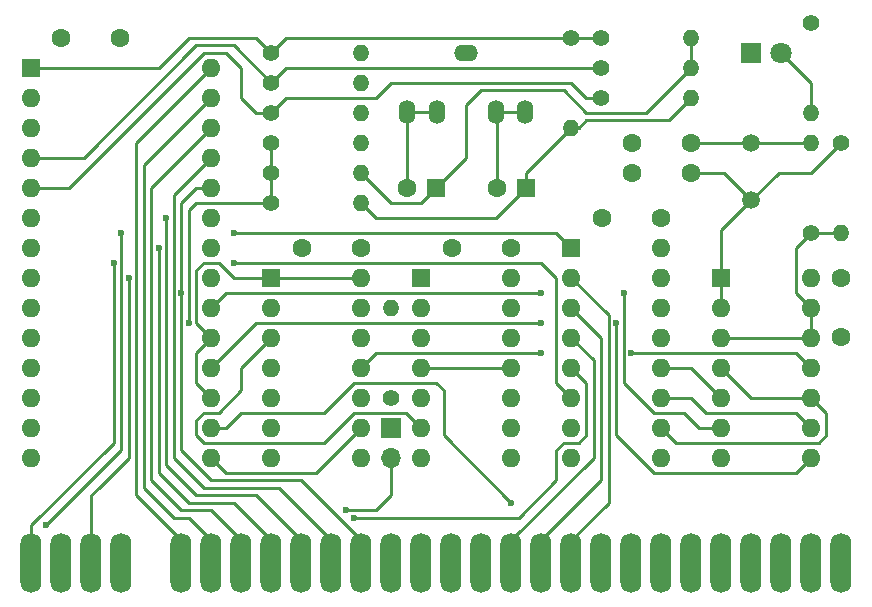
<source format=gtl>
G04 #@! TF.FileFunction,Copper,L1,Top,Signal*
%FSLAX45Y45*%
G04 Gerber Fmt 4.5, Leading zero omitted, Abs format (unit mm)*
G04 Created by KiCad (PCBNEW 4.0.7) date 03/07/18 09:30:50*
%MOMM*%
%LPD*%
G01*
G04 APERTURE LIST*
%ADD10C,0.100000*%
%ADD11R,1.600000X1.600000*%
%ADD12O,1.600000X1.600000*%
%ADD13C,1.600000*%
%ADD14O,1.778000X5.080000*%
%ADD15C,1.400000*%
%ADD16O,1.400000X1.400000*%
%ADD17C,1.500000*%
%ADD18O,1.400000X2.000000*%
%ADD19O,2.000000X1.400000*%
%ADD20R,1.800000X1.800000*%
%ADD21C,1.800000*%
%ADD22R,1.700000X1.700000*%
%ADD23O,1.700000X1.700000*%
%ADD24C,0.600000*%
%ADD25C,0.250000*%
G04 APERTURE END LIST*
D10*
D11*
X16002000Y-7874000D03*
D12*
X16764000Y-9652000D03*
X16002000Y-8128000D03*
X16764000Y-9398000D03*
X16002000Y-8382000D03*
X16764000Y-9144000D03*
X16002000Y-8636000D03*
X16764000Y-8890000D03*
X16002000Y-8890000D03*
X16764000Y-8636000D03*
X16002000Y-9144000D03*
X16764000Y-8382000D03*
X16002000Y-9398000D03*
X16764000Y-8128000D03*
X16002000Y-9652000D03*
X16764000Y-7874000D03*
D13*
X17018000Y-7239000D03*
X16518000Y-7239000D03*
X17018000Y-6985000D03*
X16518000Y-6985000D03*
X15494000Y-7874000D03*
X14994000Y-7874000D03*
X16764000Y-7620000D03*
X16264000Y-7620000D03*
X18288000Y-8128000D03*
X18288000Y-8628000D03*
X11684000Y-6096000D03*
X12184000Y-6096000D03*
D14*
X11430000Y-10541000D03*
X11684000Y-10541000D03*
X11938000Y-10541000D03*
X12192000Y-10541000D03*
X12700000Y-10541000D03*
X12954000Y-10541000D03*
X13208000Y-10541000D03*
X13462000Y-10541000D03*
X13716000Y-10541000D03*
X13970000Y-10541000D03*
X14224000Y-10541000D03*
X14478000Y-10541000D03*
X14732000Y-10541000D03*
X14986000Y-10541000D03*
X15240000Y-10541000D03*
X15494000Y-10541000D03*
X15748000Y-10541000D03*
X16002000Y-10541000D03*
X16256000Y-10541000D03*
X16510000Y-10541000D03*
X16764000Y-10541000D03*
X17018000Y-10541000D03*
X17272000Y-10541000D03*
X17526000Y-10541000D03*
X17780000Y-10541000D03*
X18034000Y-10541000D03*
X18288000Y-10541000D03*
D15*
X18288000Y-6985000D03*
D16*
X18288000Y-7747000D03*
D15*
X18034000Y-7747000D03*
D16*
X18034000Y-6985000D03*
D15*
X13462000Y-6731000D03*
D16*
X14224000Y-6731000D03*
D15*
X13462000Y-6477000D03*
D16*
X14224000Y-6477000D03*
D15*
X13462000Y-6223000D03*
D16*
X14224000Y-6223000D03*
D15*
X13462000Y-6985000D03*
D16*
X14224000Y-6985000D03*
D15*
X16256000Y-6604000D03*
D16*
X17018000Y-6604000D03*
D15*
X16256000Y-6350000D03*
D16*
X17018000Y-6350000D03*
D15*
X16002000Y-6096000D03*
D16*
X16002000Y-6858000D03*
D15*
X16256000Y-6096000D03*
D16*
X17018000Y-6096000D03*
D15*
X13462000Y-7493000D03*
D16*
X14224000Y-7493000D03*
D15*
X13462000Y-7239000D03*
D16*
X14224000Y-7239000D03*
D11*
X17272000Y-8128000D03*
D12*
X18034000Y-9652000D03*
X17272000Y-8382000D03*
X18034000Y-9398000D03*
X17272000Y-8636000D03*
X18034000Y-9144000D03*
X17272000Y-8890000D03*
X18034000Y-8890000D03*
X17272000Y-9144000D03*
X18034000Y-8636000D03*
X17272000Y-9398000D03*
X18034000Y-8382000D03*
X17272000Y-9652000D03*
X18034000Y-8128000D03*
D11*
X13462000Y-8128000D03*
D12*
X14224000Y-9652000D03*
X13462000Y-8382000D03*
X14224000Y-9398000D03*
X13462000Y-8636000D03*
X14224000Y-9144000D03*
X13462000Y-8890000D03*
X14224000Y-8890000D03*
X13462000Y-9144000D03*
X14224000Y-8636000D03*
X13462000Y-9398000D03*
X14224000Y-8382000D03*
X13462000Y-9652000D03*
X14224000Y-8128000D03*
D11*
X11430000Y-6350000D03*
D12*
X12954000Y-9652000D03*
X11430000Y-6604000D03*
X12954000Y-9398000D03*
X11430000Y-6858000D03*
X12954000Y-9144000D03*
X11430000Y-7112000D03*
X12954000Y-8890000D03*
X11430000Y-7366000D03*
X12954000Y-8636000D03*
X11430000Y-7620000D03*
X12954000Y-8382000D03*
X11430000Y-7874000D03*
X12954000Y-8128000D03*
X11430000Y-8128000D03*
X12954000Y-7874000D03*
X11430000Y-8382000D03*
X12954000Y-7620000D03*
X11430000Y-8636000D03*
X12954000Y-7366000D03*
X11430000Y-8890000D03*
X12954000Y-7112000D03*
X11430000Y-9144000D03*
X12954000Y-6858000D03*
X11430000Y-9398000D03*
X12954000Y-6604000D03*
X11430000Y-9652000D03*
X12954000Y-6350000D03*
D17*
X17526000Y-6985000D03*
X17526000Y-7473000D03*
D11*
X14859000Y-7366000D03*
D13*
X14609000Y-7366000D03*
D11*
X15621000Y-7366000D03*
D13*
X15371000Y-7366000D03*
D18*
X14613000Y-6723000D03*
X14863000Y-6723000D03*
X15363000Y-6723000D03*
D19*
X15113000Y-6223000D03*
D18*
X15613000Y-6723000D03*
D13*
X14224000Y-7874000D03*
X13724000Y-7874000D03*
D11*
X14732000Y-8128000D03*
D12*
X15494000Y-9652000D03*
X14732000Y-8382000D03*
X15494000Y-9398000D03*
X14732000Y-8636000D03*
X15494000Y-9144000D03*
X14732000Y-8890000D03*
X15494000Y-8890000D03*
X14732000Y-9144000D03*
X15494000Y-8636000D03*
X14732000Y-9398000D03*
X15494000Y-8382000D03*
X14732000Y-9652000D03*
X15494000Y-8128000D03*
D20*
X17526000Y-6223000D03*
D21*
X17780000Y-6223000D03*
D15*
X18034000Y-5969000D03*
D16*
X18034000Y-6731000D03*
D15*
X14478000Y-9144000D03*
D16*
X14478000Y-8382000D03*
D22*
X14478000Y-9398000D03*
D23*
X14478000Y-9652000D03*
D24*
X11557000Y-10223500D03*
X12192000Y-7747000D03*
X13144500Y-7747000D03*
X13144500Y-8001000D03*
X12128500Y-8001000D03*
X14160500Y-10160000D03*
X15494000Y-10033000D03*
X12255500Y-8128000D03*
X12509500Y-7874000D03*
X12573000Y-7620000D03*
X12700000Y-8255000D03*
X15748000Y-8509000D03*
X16383000Y-8509000D03*
X16446500Y-8255000D03*
X15748000Y-8255000D03*
X15748000Y-8763000D03*
X16510000Y-8763000D03*
X14097000Y-10096500D03*
X12763500Y-8509000D03*
D25*
X17272000Y-8128000D02*
X17272000Y-7727000D01*
X17272000Y-7727000D02*
X17526000Y-7473000D01*
X17272000Y-8382000D02*
X17272000Y-8128000D01*
X18288000Y-6985000D02*
X18034000Y-7239000D01*
X18034000Y-7239000D02*
X17760000Y-7239000D01*
X17760000Y-7239000D02*
X17526000Y-7473000D01*
X17018000Y-7239000D02*
X17292000Y-7239000D01*
X17292000Y-7239000D02*
X17526000Y-7473000D01*
X17526000Y-6985000D02*
X18034000Y-6985000D01*
X17526000Y-6985000D02*
X17018000Y-6985000D01*
X14859000Y-7366000D02*
X15113000Y-7112000D01*
X16637000Y-6731000D02*
X17018000Y-6350000D01*
X16129000Y-6731000D02*
X16637000Y-6731000D01*
X15938500Y-6540500D02*
X16129000Y-6731000D01*
X15240000Y-6540500D02*
X15938500Y-6540500D01*
X15113000Y-6667500D02*
X15240000Y-6540500D01*
X15113000Y-7112000D02*
X15113000Y-6667500D01*
X14224000Y-7239000D02*
X14478000Y-7493000D01*
X14732000Y-7493000D02*
X14859000Y-7366000D01*
X14478000Y-7493000D02*
X14732000Y-7493000D01*
X17018000Y-6096000D02*
X17018000Y-6350000D01*
X14609000Y-7366000D02*
X14609000Y-6727000D01*
X14609000Y-6727000D02*
X14613000Y-6723000D01*
X14613000Y-6723000D02*
X14863000Y-6723000D01*
X16002000Y-6858000D02*
X16065500Y-6858000D01*
X16065500Y-6858000D02*
X16129000Y-6794500D01*
X16827500Y-6794500D02*
X17018000Y-6604000D01*
X16129000Y-6794500D02*
X16827500Y-6794500D01*
X15621000Y-7366000D02*
X15621000Y-7239000D01*
X15621000Y-7239000D02*
X16002000Y-6858000D01*
X14224000Y-7493000D02*
X14351000Y-7620000D01*
X15367000Y-7620000D02*
X15621000Y-7366000D01*
X14351000Y-7620000D02*
X15367000Y-7620000D01*
X15371000Y-7366000D02*
X15371000Y-6731000D01*
X15371000Y-6731000D02*
X15363000Y-6723000D01*
X15363000Y-6723000D02*
X15613000Y-6723000D01*
X12954000Y-9144000D02*
X12827000Y-9017000D01*
X12827000Y-8763000D02*
X12954000Y-8636000D01*
X12827000Y-9017000D02*
X12827000Y-8763000D01*
X13462000Y-8128000D02*
X14224000Y-8128000D01*
X13462000Y-8128000D02*
X13144500Y-8128000D01*
X12827000Y-8509000D02*
X12954000Y-8636000D01*
X12827000Y-8064500D02*
X12827000Y-8509000D01*
X12890500Y-8001000D02*
X12827000Y-8064500D01*
X13017500Y-8001000D02*
X12890500Y-8001000D01*
X13144500Y-8128000D02*
X13017500Y-8001000D01*
X12954000Y-8636000D02*
X12890500Y-8636000D01*
X13144500Y-7747000D02*
X15875000Y-7747000D01*
X15875000Y-7747000D02*
X16002000Y-7874000D01*
X12192000Y-9588500D02*
X11557000Y-10223500D01*
X12192000Y-7747000D02*
X12192000Y-9588500D01*
X13144500Y-8001000D02*
X15748000Y-8001000D01*
X15748000Y-8001000D02*
X15875000Y-8128000D01*
X15875000Y-8128000D02*
X15875000Y-9017000D01*
X15875000Y-9017000D02*
X16002000Y-9144000D01*
X12128500Y-8001000D02*
X12128500Y-9525000D01*
X12128500Y-9525000D02*
X11430000Y-10223500D01*
X11430000Y-10541000D02*
X11430000Y-10223500D01*
X15938500Y-9525000D02*
X15875000Y-9588500D01*
X15557500Y-10160000D02*
X14160500Y-10160000D01*
X15875000Y-9842500D02*
X15557500Y-10160000D01*
X15875000Y-9588500D02*
X15875000Y-9842500D01*
X16129000Y-9461500D02*
X16129000Y-9017000D01*
X16065500Y-9525000D02*
X16129000Y-9461500D01*
X15938500Y-9525000D02*
X16065500Y-9525000D01*
X16129000Y-9017000D02*
X16002000Y-8890000D01*
X13208000Y-9271000D02*
X13906500Y-9271000D01*
X13906500Y-9271000D02*
X14160500Y-9017000D01*
X14859000Y-9017000D02*
X14160500Y-9017000D01*
X15494000Y-10033000D02*
X14922500Y-9461500D01*
X14922500Y-9461500D02*
X14922500Y-9080500D01*
X14859000Y-9017000D02*
X14922500Y-9080500D01*
X13208000Y-9271000D02*
X13081000Y-9398000D01*
X12954000Y-9398000D02*
X13081000Y-9398000D01*
X12255500Y-9652000D02*
X12255500Y-8128000D01*
X11938000Y-10541000D02*
X11938000Y-9969500D01*
X12255500Y-9652000D02*
X12001500Y-9906000D01*
X12001500Y-9906000D02*
X11938000Y-9969500D01*
X12319000Y-8255000D02*
X12319000Y-9969500D01*
X12700000Y-10350500D02*
X12700000Y-10541000D01*
X12319000Y-6985000D02*
X12319000Y-8001000D01*
X12319000Y-8001000D02*
X12319000Y-8255000D01*
X12319000Y-6985000D02*
X12954000Y-6350000D01*
X12700000Y-10350500D02*
X12319000Y-9969500D01*
X12382500Y-9906000D02*
X12636500Y-10160000D01*
X12382500Y-7175500D02*
X12382500Y-9906000D01*
X12954000Y-6604000D02*
X12382500Y-7175500D01*
X12763500Y-10160000D02*
X12954000Y-10350500D01*
X12636500Y-10160000D02*
X12763500Y-10160000D01*
X12954000Y-10350500D02*
X12954000Y-10541000D01*
X12954000Y-10541000D02*
X12954000Y-10350500D01*
X13208000Y-10541000D02*
X13208000Y-10350500D01*
X12446000Y-7366000D02*
X12446000Y-9842500D01*
X13208000Y-10350500D02*
X12954000Y-10096500D01*
X12700000Y-10096500D02*
X12954000Y-10096500D01*
X12446000Y-9842500D02*
X12700000Y-10096500D01*
X12446000Y-7366000D02*
X12954000Y-6858000D01*
X13462000Y-10350500D02*
X13462000Y-10541000D01*
X13462000Y-10350500D02*
X13144500Y-10033000D01*
X12509500Y-7874000D02*
X12509500Y-9779000D01*
X12509500Y-9779000D02*
X12763500Y-10033000D01*
X12763500Y-10033000D02*
X13144500Y-10033000D01*
X13716000Y-10350500D02*
X13716000Y-10541000D01*
X13716000Y-10350500D02*
X13335000Y-9969500D01*
X12573000Y-7620000D02*
X12573000Y-9715500D01*
X12827000Y-9969500D02*
X13335000Y-9969500D01*
X12573000Y-9715500D02*
X12827000Y-9969500D01*
X13970000Y-10350500D02*
X13970000Y-10541000D01*
X12636500Y-7429500D02*
X12636500Y-9652000D01*
X13525500Y-9906000D02*
X12890500Y-9906000D01*
X12890500Y-9906000D02*
X12636500Y-9652000D01*
X13970000Y-10350500D02*
X13525500Y-9906000D01*
X12636500Y-7429500D02*
X12954000Y-7112000D01*
X14224000Y-10350500D02*
X14224000Y-10541000D01*
X12954000Y-7366000D02*
X12827000Y-7366000D01*
X12700000Y-7493000D02*
X12700000Y-8255000D01*
X12700000Y-8255000D02*
X12700000Y-9588500D01*
X12827000Y-7366000D02*
X12700000Y-7493000D01*
X14224000Y-10350500D02*
X13716000Y-9842500D01*
X12954000Y-9842500D02*
X12700000Y-9588500D01*
X13716000Y-9842500D02*
X12954000Y-9842500D01*
X15494000Y-10541000D02*
X15494000Y-10350500D01*
X15494000Y-10350500D02*
X16192500Y-9652000D01*
X16002000Y-8636000D02*
X16192500Y-8826500D01*
X16192500Y-8826500D02*
X16192500Y-9652000D01*
X16256000Y-9842500D02*
X15748000Y-10350500D01*
X15748000Y-10541000D02*
X15748000Y-10350500D01*
X16256000Y-8636000D02*
X16256000Y-9842500D01*
X16256000Y-8636000D02*
X16002000Y-8382000D01*
X16002000Y-8128000D02*
X16319500Y-8445500D01*
X16002000Y-10350500D02*
X16002000Y-10541000D01*
X16319500Y-10033000D02*
X16002000Y-10350500D01*
X16319500Y-8445500D02*
X16319500Y-10033000D01*
X18034000Y-8382000D02*
X17907000Y-8255000D01*
X17907000Y-7874000D02*
X18034000Y-7747000D01*
X17907000Y-8255000D02*
X17907000Y-7874000D01*
X18034000Y-7747000D02*
X18288000Y-7747000D01*
X18034000Y-8382000D02*
X18034000Y-8636000D01*
X17272000Y-8636000D02*
X18034000Y-8636000D01*
X16256000Y-6604000D02*
X16129000Y-6604000D01*
X13589000Y-6604000D02*
X13462000Y-6731000D01*
X14351000Y-6604000D02*
X13589000Y-6604000D01*
X14478000Y-6477000D02*
X14351000Y-6604000D01*
X16002000Y-6477000D02*
X14478000Y-6477000D01*
X16129000Y-6604000D02*
X16002000Y-6477000D01*
X11430000Y-7366000D02*
X11747500Y-7366000D01*
X13335000Y-6731000D02*
X13462000Y-6731000D01*
X13208000Y-6604000D02*
X13335000Y-6731000D01*
X13208000Y-6350000D02*
X13208000Y-6604000D01*
X13081000Y-6223000D02*
X13208000Y-6350000D01*
X12890500Y-6223000D02*
X13081000Y-6223000D01*
X11747500Y-7366000D02*
X12890500Y-6223000D01*
X13462000Y-6477000D02*
X13589000Y-6350000D01*
X13589000Y-6350000D02*
X16256000Y-6350000D01*
X11430000Y-7112000D02*
X11874500Y-7112000D01*
X13144500Y-6159500D02*
X13462000Y-6477000D01*
X12827000Y-6159500D02*
X13144500Y-6159500D01*
X11874500Y-7112000D02*
X12827000Y-6159500D01*
X16256000Y-6096000D02*
X16002000Y-6096000D01*
X16002000Y-6096000D02*
X13589000Y-6096000D01*
X13589000Y-6096000D02*
X13462000Y-6223000D01*
X11430000Y-6350000D02*
X12509500Y-6350000D01*
X13335000Y-6096000D02*
X13462000Y-6223000D01*
X12763500Y-6096000D02*
X13335000Y-6096000D01*
X12509500Y-6350000D02*
X12763500Y-6096000D01*
X16700500Y-9779000D02*
X16383000Y-9461500D01*
X16700500Y-9779000D02*
X17907000Y-9779000D01*
X13335000Y-8509000D02*
X15748000Y-8509000D01*
X12954000Y-8890000D02*
X13335000Y-8509000D01*
X16383000Y-9461500D02*
X16383000Y-8509000D01*
X17907000Y-9779000D02*
X18034000Y-9652000D01*
X16764000Y-8890000D02*
X17018000Y-8890000D01*
X17018000Y-8890000D02*
X17272000Y-9144000D01*
X16700500Y-9271000D02*
X16446500Y-9017000D01*
X12954000Y-8382000D02*
X13081000Y-8255000D01*
X16446500Y-8255000D02*
X16446500Y-9017000D01*
X13081000Y-8255000D02*
X15748000Y-8255000D01*
X16700500Y-9271000D02*
X16954500Y-9271000D01*
X17081500Y-9398000D02*
X17272000Y-9398000D01*
X16954500Y-9271000D02*
X17081500Y-9398000D01*
X12954000Y-9652000D02*
X13081000Y-9779000D01*
X13843000Y-9779000D02*
X14224000Y-9398000D01*
X13081000Y-9779000D02*
X13843000Y-9779000D01*
X16510000Y-8763000D02*
X17907000Y-8763000D01*
X14224000Y-8890000D02*
X14351000Y-8763000D01*
X14351000Y-8763000D02*
X15748000Y-8763000D01*
X17907000Y-8763000D02*
X18034000Y-8890000D01*
X14478000Y-9652000D02*
X14478000Y-9969500D01*
X14351000Y-10096500D02*
X14097000Y-10096500D01*
X14478000Y-9969500D02*
X14351000Y-10096500D01*
X13462000Y-7493000D02*
X12827000Y-7493000D01*
X12827000Y-7493000D02*
X12763500Y-7556500D01*
X12763500Y-7556500D02*
X12763500Y-8509000D01*
X13462000Y-7239000D02*
X13462000Y-7493000D01*
X13462000Y-6985000D02*
X13462000Y-7239000D01*
X17145000Y-9271000D02*
X17907000Y-9271000D01*
X16764000Y-9144000D02*
X17018000Y-9144000D01*
X17018000Y-9144000D02*
X17145000Y-9271000D01*
X17907000Y-9271000D02*
X18034000Y-9398000D01*
X18097500Y-9525000D02*
X18161000Y-9461500D01*
X18034000Y-9144000D02*
X18161000Y-9271000D01*
X18034000Y-9144000D02*
X17526000Y-9144000D01*
X17526000Y-9144000D02*
X17272000Y-8890000D01*
X16891000Y-9525000D02*
X18097500Y-9525000D01*
X18161000Y-9461500D02*
X18161000Y-9271000D01*
X16764000Y-9398000D02*
X16891000Y-9525000D01*
X13462000Y-8636000D02*
X13208000Y-8890000D01*
X13208000Y-9080500D02*
X13017500Y-9271000D01*
X13208000Y-8890000D02*
X13208000Y-9080500D01*
X12890500Y-9525000D02*
X13906500Y-9525000D01*
X13017500Y-9271000D02*
X12890500Y-9271000D01*
X12890500Y-9271000D02*
X12827000Y-9334500D01*
X12827000Y-9334500D02*
X12827000Y-9461500D01*
X12827000Y-9461500D02*
X12890500Y-9525000D01*
X14605000Y-9271000D02*
X14160500Y-9271000D01*
X14732000Y-9398000D02*
X14605000Y-9271000D01*
X13906500Y-9525000D02*
X14160500Y-9271000D01*
X15494000Y-8890000D02*
X14732000Y-8890000D01*
X18034000Y-6731000D02*
X18034000Y-6477000D01*
X18034000Y-6477000D02*
X17780000Y-6223000D01*
M02*

</source>
